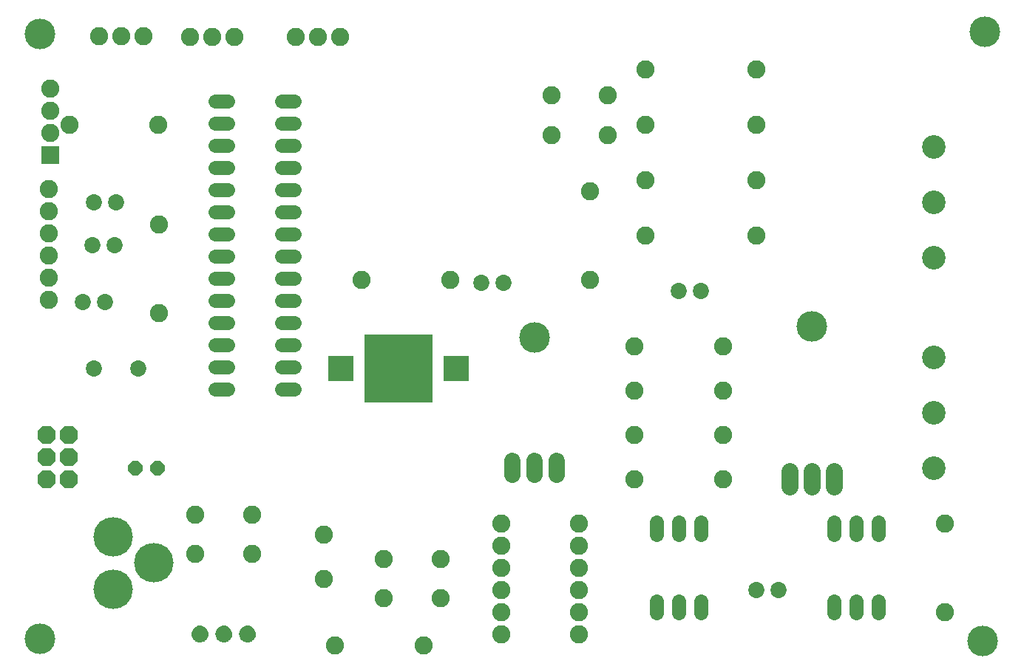
<source format=gbs>
G75*
G70*
%OFA0B0*%
%FSLAX24Y24*%
%IPPOS*%
%LPD*%
%AMOC8*
5,1,8,0,0,1.08239X$1,22.5*
%
%ADD10C,0.0640*%
%ADD11OC8,0.0820*%
%ADD12C,0.0820*%
%ADD13C,0.1780*%
%ADD14C,0.0730*%
%ADD15C,0.0050*%
%ADD16OC8,0.0640*%
%ADD17C,0.0720*%
%ADD18C,0.1380*%
%ADD19C,0.0760*%
%ADD20C,0.1064*%
%ADD21R,0.3080X0.3080*%
%ADD22R,0.1175X0.1175*%
%ADD23R,0.0820X0.0820*%
D10*
X009702Y013149D02*
X010262Y013149D01*
X010262Y014149D02*
X009702Y014149D01*
X009702Y015149D02*
X010262Y015149D01*
X010262Y016149D02*
X009702Y016149D01*
X009702Y017149D02*
X010262Y017149D01*
X010262Y018149D02*
X009702Y018149D01*
X009702Y019149D02*
X010262Y019149D01*
X010262Y020149D02*
X009702Y020149D01*
X009702Y021149D02*
X010262Y021149D01*
X010262Y022149D02*
X009702Y022149D01*
X009702Y023149D02*
X010262Y023149D01*
X010262Y024149D02*
X009702Y024149D01*
X009702Y025149D02*
X010262Y025149D01*
X010262Y026149D02*
X009702Y026149D01*
X012702Y026149D02*
X013262Y026149D01*
X013262Y025149D02*
X012702Y025149D01*
X012702Y024149D02*
X013262Y024149D01*
X013262Y023149D02*
X012702Y023149D01*
X012702Y022149D02*
X013262Y022149D01*
X013262Y021149D02*
X012702Y021149D01*
X012702Y020149D02*
X013262Y020149D01*
X013262Y019149D02*
X012702Y019149D01*
X012702Y018149D02*
X013262Y018149D01*
X013262Y017149D02*
X012702Y017149D01*
X012702Y016149D02*
X013262Y016149D01*
X013262Y015149D02*
X012702Y015149D01*
X012702Y014149D02*
X013262Y014149D01*
X013262Y013149D02*
X012702Y013149D01*
X029601Y007161D02*
X029601Y006601D01*
X030601Y006601D02*
X030601Y007161D01*
X031601Y007161D02*
X031601Y006601D01*
X031601Y003601D02*
X031601Y003041D01*
X030601Y003041D02*
X030601Y003601D01*
X029601Y003601D02*
X029601Y003041D01*
X037601Y003041D02*
X037601Y003601D01*
X038601Y003601D02*
X038601Y003041D01*
X039601Y003041D02*
X039601Y003601D01*
X039601Y006601D02*
X039601Y007161D01*
X038601Y007161D02*
X038601Y006601D01*
X037601Y006601D02*
X037601Y007161D01*
D11*
X003101Y009101D03*
X002101Y009101D03*
X002101Y010101D03*
X003101Y010101D03*
X003101Y011101D03*
X002101Y011101D03*
D12*
X008821Y007491D03*
X011381Y007491D03*
X011381Y005711D03*
X008821Y005711D03*
X014601Y006601D03*
X017321Y005491D03*
X017321Y003711D03*
X019881Y003711D03*
X022601Y004101D03*
X022601Y005101D03*
X022601Y006101D03*
X022601Y007101D03*
X019881Y005491D03*
X022601Y003101D03*
X022601Y002101D03*
X019101Y001601D03*
X015101Y001601D03*
X014601Y004601D03*
X026101Y005101D03*
X026101Y006101D03*
X026101Y007101D03*
X028601Y009101D03*
X028601Y011101D03*
X028601Y013101D03*
X028601Y015101D03*
X032601Y015101D03*
X032601Y013101D03*
X032601Y011101D03*
X032601Y009101D03*
X026101Y004101D03*
X026101Y003101D03*
X026101Y002101D03*
X042601Y003101D03*
X042601Y007101D03*
X026601Y018101D03*
X029101Y020101D03*
X026601Y022101D03*
X029101Y022601D03*
X027425Y024638D03*
X029101Y025101D03*
X027425Y026418D03*
X029101Y027601D03*
X024865Y026418D03*
X024865Y024638D03*
X034101Y025101D03*
X034101Y027601D03*
X034101Y022601D03*
X034101Y020101D03*
X020304Y018090D03*
X016304Y018090D03*
X007179Y016601D03*
X002209Y017185D03*
X002209Y018185D03*
X002209Y019185D03*
X002209Y020185D03*
X002209Y021185D03*
X002209Y022185D03*
X002289Y024718D03*
X003139Y025101D03*
X002289Y025718D03*
X002289Y026718D03*
X004491Y029081D03*
X005491Y029081D03*
X006491Y029081D03*
X008571Y029061D03*
X009571Y029061D03*
X010571Y029061D03*
X013345Y029071D03*
X014345Y029071D03*
X015345Y029071D03*
X007139Y025101D03*
X007179Y020601D03*
D13*
X005101Y006494D03*
X006951Y005313D03*
X005101Y004132D03*
D14*
X004243Y014101D03*
X006243Y014101D03*
X004743Y017101D03*
X003743Y017101D03*
X004178Y019641D03*
X005178Y019641D03*
X005258Y021601D03*
X004258Y021601D03*
X021714Y017970D03*
X022714Y017970D03*
X030601Y017601D03*
X031601Y017601D03*
X034101Y004101D03*
X035101Y004101D03*
D15*
X011515Y002102D02*
X011507Y002034D01*
X011487Y001969D01*
X011454Y001909D01*
X011410Y001856D01*
X011357Y001814D01*
X011296Y001782D01*
X011231Y001763D01*
X011163Y001757D01*
X011096Y001765D01*
X011032Y001786D01*
X010973Y001819D01*
X010922Y001862D01*
X010880Y001915D01*
X010849Y001976D01*
X010831Y002041D01*
X010826Y002108D01*
X010832Y002174D01*
X010851Y002237D01*
X010882Y002296D01*
X010924Y002347D01*
X010975Y002389D01*
X011034Y002421D01*
X011097Y002440D01*
X011163Y002447D01*
X011231Y002441D01*
X011296Y002422D01*
X011357Y002390D01*
X011410Y002347D01*
X011454Y002295D01*
X011487Y002235D01*
X011507Y002170D01*
X011515Y002102D01*
X011514Y002091D02*
X010827Y002091D01*
X010831Y002043D02*
X011508Y002043D01*
X011495Y001994D02*
X010844Y001994D01*
X010865Y001945D02*
X011474Y001945D01*
X011444Y001897D02*
X010894Y001897D01*
X010938Y001848D02*
X011400Y001848D01*
X011331Y001800D02*
X011006Y001800D01*
X010829Y002140D02*
X011511Y002140D01*
X011502Y002188D02*
X010836Y002188D01*
X010851Y002237D02*
X011486Y002237D01*
X011459Y002285D02*
X010877Y002285D01*
X010913Y002334D02*
X011421Y002334D01*
X011366Y002382D02*
X010967Y002382D01*
X011067Y002431D02*
X011264Y002431D01*
X010440Y002164D02*
X010447Y002095D01*
X010439Y002028D01*
X010419Y001964D01*
X010386Y001905D01*
X010342Y001853D01*
X010290Y001812D01*
X010230Y001781D01*
X010165Y001762D01*
X010098Y001757D01*
X010031Y001764D01*
X009966Y001784D01*
X009907Y001817D01*
X009855Y001860D01*
X009813Y001913D01*
X009782Y001973D01*
X009763Y002038D01*
X009757Y002105D01*
X009763Y002171D01*
X009782Y002235D01*
X009812Y002293D01*
X009854Y002345D01*
X009905Y002387D01*
X009963Y002419D01*
X010027Y002439D01*
X010093Y002446D01*
X010162Y002439D01*
X010228Y002420D01*
X010289Y002387D01*
X010343Y002344D01*
X010387Y002290D01*
X010419Y002230D01*
X010440Y002164D01*
X010442Y002140D02*
X009760Y002140D01*
X009768Y002188D02*
X010432Y002188D01*
X010416Y002237D02*
X009783Y002237D01*
X009808Y002285D02*
X010389Y002285D01*
X010351Y002334D02*
X009845Y002334D01*
X009899Y002382D02*
X010295Y002382D01*
X010190Y002431D02*
X010001Y002431D01*
X009758Y002091D02*
X010446Y002091D01*
X010441Y002043D02*
X009762Y002043D01*
X009775Y001994D02*
X010428Y001994D01*
X010408Y001945D02*
X009796Y001945D01*
X009826Y001897D02*
X010379Y001897D01*
X010336Y001848D02*
X009869Y001848D01*
X009938Y001800D02*
X010267Y001800D01*
X009370Y002028D02*
X009348Y001963D01*
X009315Y001903D01*
X009270Y001851D01*
X009216Y001809D01*
X009155Y001777D01*
X009089Y001759D01*
X009021Y001754D01*
X008954Y001762D01*
X008890Y001782D01*
X008832Y001815D01*
X008780Y001859D01*
X008739Y001911D01*
X008708Y001971D01*
X008690Y002036D01*
X008685Y002103D01*
X008691Y002169D01*
X008709Y002233D01*
X008740Y002292D01*
X008782Y002344D01*
X008833Y002387D01*
X008891Y002419D01*
X008955Y002439D01*
X009021Y002447D01*
X009090Y002441D01*
X009157Y002421D01*
X009218Y002389D01*
X009272Y002345D01*
X009317Y002292D01*
X009350Y002231D01*
X009370Y002165D01*
X009378Y002096D01*
X009370Y002028D01*
X009371Y002043D02*
X008690Y002043D01*
X008686Y002091D02*
X009377Y002091D01*
X009373Y002140D02*
X008688Y002140D01*
X008696Y002188D02*
X009363Y002188D01*
X009347Y002237D02*
X008711Y002237D01*
X008736Y002285D02*
X009320Y002285D01*
X009282Y002334D02*
X008773Y002334D01*
X008827Y002382D02*
X009226Y002382D01*
X009123Y002431D02*
X008927Y002431D01*
X008702Y001994D02*
X009359Y001994D01*
X009339Y001945D02*
X008721Y001945D01*
X008750Y001897D02*
X009310Y001897D01*
X009267Y001848D02*
X008793Y001848D01*
X008859Y001800D02*
X009199Y001800D01*
D16*
X007101Y009601D03*
X006101Y009601D03*
D17*
X023101Y009281D02*
X023101Y009921D01*
X024101Y009921D02*
X024101Y009281D01*
X025101Y009281D02*
X025101Y009921D01*
D18*
X001801Y001901D03*
X024101Y015501D03*
X036601Y016001D03*
X044401Y029301D03*
X044301Y001801D03*
X001801Y029201D03*
D19*
X035601Y009441D02*
X035601Y008761D01*
X036601Y008761D02*
X036601Y009441D01*
X037601Y009441D02*
X037601Y008761D01*
D20*
X042101Y009601D03*
X042101Y012101D03*
X042101Y014601D03*
X042101Y019101D03*
X042101Y021601D03*
X042101Y024101D03*
D21*
X017982Y014101D03*
D22*
X015382Y014101D03*
X020582Y014101D03*
D23*
X002289Y023718D03*
M02*

</source>
